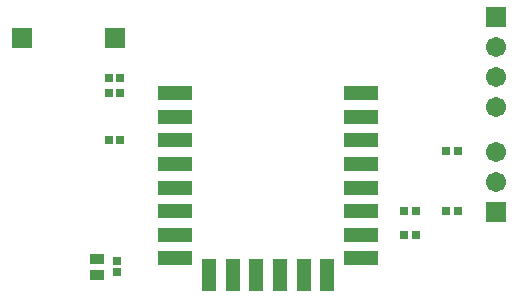
<source format=gts>
G04 Layer_Color=8388736*
%FSTAX24Y24*%
%MOIN*%
G70*
G01*
G75*
%ADD29R,0.0671X0.0671*%
%ADD30R,0.0297X0.0281*%
%ADD31R,0.0257X0.0297*%
%ADD32R,0.1143X0.0474*%
%ADD33R,0.0474X0.1064*%
%ADD34R,0.0454X0.0375*%
%ADD35R,0.0281X0.0297*%
%ADD36C,0.0671*%
%ADD37R,0.0671X0.0671*%
D29*
X027598Y042402D02*
D03*
X030669D02*
D03*
D30*
X030492Y041063D02*
D03*
X030846D02*
D03*
D31*
X030866Y040551D02*
D03*
X030472D02*
D03*
X030866Y038976D02*
D03*
X030472D02*
D03*
X040709Y035827D02*
D03*
X040315D02*
D03*
X042126Y036614D02*
D03*
X041732D02*
D03*
X040315D02*
D03*
X040709D02*
D03*
X042126Y038622D02*
D03*
X041732D02*
D03*
D32*
X038898Y040551D02*
D03*
Y039764D02*
D03*
Y038976D02*
D03*
Y038189D02*
D03*
Y037402D02*
D03*
Y036614D02*
D03*
Y035827D02*
D03*
Y035039D02*
D03*
X032677Y040551D02*
D03*
Y039764D02*
D03*
Y038976D02*
D03*
Y038189D02*
D03*
Y037402D02*
D03*
Y036614D02*
D03*
Y035827D02*
D03*
Y035039D02*
D03*
D33*
X033819Y034488D02*
D03*
X034606D02*
D03*
X035394D02*
D03*
X036181D02*
D03*
X036969D02*
D03*
X037756D02*
D03*
D34*
X030079Y03503D02*
D03*
Y034498D02*
D03*
D35*
X030748Y034941D02*
D03*
Y034587D02*
D03*
D36*
X043386Y040087D02*
D03*
Y041087D02*
D03*
Y042087D02*
D03*
Y037583D02*
D03*
Y038583D02*
D03*
D37*
Y043087D02*
D03*
Y036583D02*
D03*
M02*

</source>
